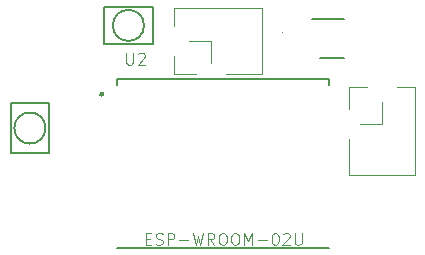
<source format=gbr>
G04 #@! TF.GenerationSoftware,KiCad,Pcbnew,5.0.2-bee76a0~70~ubuntu18.04.1*
G04 #@! TF.CreationDate,2020-01-02T20:25:09+01:00*
G04 #@! TF.ProjectId,roboy_sno,726f626f-795f-4736-9e6f-2e6b69636164,rev?*
G04 #@! TF.SameCoordinates,Original*
G04 #@! TF.FileFunction,Legend,Top*
G04 #@! TF.FilePolarity,Positive*
%FSLAX46Y46*%
G04 Gerber Fmt 4.6, Leading zero omitted, Abs format (unit mm)*
G04 Created by KiCad (PCBNEW 5.0.2-bee76a0~70~ubuntu18.04.1) date Do 02 Jan 2020 20:25:09 CET*
%MOMM*%
%LPD*%
G01*
G04 APERTURE LIST*
%ADD10C,0.150000*%
%ADD11C,0.127000*%
%ADD12C,0.400000*%
%ADD13C,0.120000*%
%ADD14C,0.100000*%
%ADD15C,0.050000*%
G04 APERTURE END LIST*
D10*
G04 #@! TO.C,U1*
X132515000Y-124600000D02*
X134565000Y-124600000D01*
X131810000Y-121300000D02*
X134565000Y-121300000D01*
G04 #@! TO.C,SW2*
X117615295Y-121800000D02*
G75*
G03X117615295Y-121800000I-1315295J0D01*
G01*
X118400000Y-120200000D02*
X118400000Y-123400000D01*
X114200000Y-123400000D02*
X114200000Y-120200000D01*
X118400000Y-120200000D02*
X114200000Y-120200000D01*
X118400000Y-123400000D02*
X114200000Y-123400000D01*
D11*
G04 #@! TO.C,U2*
X115300000Y-140660000D02*
X133300000Y-140660000D01*
X115300000Y-126360000D02*
X115300000Y-126870000D01*
X133300000Y-126360000D02*
X133300000Y-126870000D01*
X115300000Y-126360000D02*
X133300000Y-126360000D01*
D12*
X114050000Y-127610000D02*
G75*
G03X114050000Y-127610000I-50000J0D01*
G01*
D13*
G04 #@! TO.C,J3*
X134950000Y-131385000D02*
X134950000Y-134500000D01*
X134950000Y-134500000D02*
X140550000Y-134500000D01*
X140550000Y-127000000D02*
X140550000Y-134500000D01*
X139020000Y-127000000D02*
X140550000Y-127000000D01*
X137750000Y-128245000D02*
X137750000Y-130115000D01*
X137750000Y-130115000D02*
X135880000Y-130115000D01*
X134950000Y-128845000D02*
X134950000Y-127000000D01*
X134950000Y-127000000D02*
X136480000Y-127000000D01*
G04 #@! TO.C,J2*
X124535000Y-125900000D02*
X127650000Y-125900000D01*
X127650000Y-125900000D02*
X127650000Y-120300000D01*
X120150000Y-120300000D02*
X127650000Y-120300000D01*
X120150000Y-121830000D02*
X120150000Y-120300000D01*
X121395000Y-123100000D02*
X123265000Y-123100000D01*
X123265000Y-123100000D02*
X123265000Y-124970000D01*
X121995000Y-125900000D02*
X120150000Y-125900000D01*
X120150000Y-125900000D02*
X120150000Y-124370000D01*
D14*
G04 #@! TO.C,D1*
X129350000Y-122390000D02*
G75*
G03X129350000Y-122390000I-50000J0D01*
G01*
D10*
G04 #@! TO.C,SW1*
X109560000Y-128390000D02*
X109560000Y-132590000D01*
X106360000Y-128390000D02*
X106360000Y-132590000D01*
X109560000Y-132590000D02*
X106360000Y-132590000D01*
X106360000Y-128390000D02*
X109560000Y-128390000D01*
X109275295Y-130490000D02*
G75*
G03X109275295Y-130490000I-1315295J0D01*
G01*
G04 #@! TO.C,U2*
D15*
X116115611Y-124125955D02*
X116115611Y-124936078D01*
X116163265Y-125031387D01*
X116210920Y-125079041D01*
X116306228Y-125126695D01*
X116496845Y-125126695D01*
X116592154Y-125079041D01*
X116639808Y-125031387D01*
X116687462Y-124936078D01*
X116687462Y-124125955D01*
X117116351Y-124221264D02*
X117164005Y-124173610D01*
X117259314Y-124125955D01*
X117497585Y-124125955D01*
X117592894Y-124173610D01*
X117640548Y-124221264D01*
X117688202Y-124316572D01*
X117688202Y-124411881D01*
X117640548Y-124554844D01*
X117068697Y-125126695D01*
X117688202Y-125126695D01*
X117760211Y-139848522D02*
X118093774Y-139848522D01*
X118236730Y-140372693D02*
X117760211Y-140372693D01*
X117760211Y-139372003D01*
X118236730Y-139372003D01*
X118617945Y-140325041D02*
X118760901Y-140372693D01*
X118999160Y-140372693D01*
X119094464Y-140325041D01*
X119142116Y-140277389D01*
X119189768Y-140182085D01*
X119189768Y-140086781D01*
X119142116Y-139991477D01*
X119094464Y-139943825D01*
X118999160Y-139896174D01*
X118808553Y-139848522D01*
X118713249Y-139800870D01*
X118665597Y-139753218D01*
X118617945Y-139657914D01*
X118617945Y-139562610D01*
X118665597Y-139467306D01*
X118713249Y-139419655D01*
X118808553Y-139372003D01*
X119046812Y-139372003D01*
X119189768Y-139419655D01*
X119618635Y-140372693D02*
X119618635Y-139372003D01*
X119999850Y-139372003D01*
X120095154Y-139419655D01*
X120142806Y-139467306D01*
X120190458Y-139562610D01*
X120190458Y-139705566D01*
X120142806Y-139800870D01*
X120095154Y-139848522D01*
X119999850Y-139896174D01*
X119618635Y-139896174D01*
X120619325Y-139991477D02*
X121381755Y-139991477D01*
X121762971Y-139372003D02*
X122001230Y-140372693D01*
X122191838Y-139657914D01*
X122382445Y-140372693D01*
X122620705Y-139372003D01*
X123573743Y-140372693D02*
X123240180Y-139896174D01*
X123001920Y-140372693D02*
X123001920Y-139372003D01*
X123383135Y-139372003D01*
X123478439Y-139419655D01*
X123526091Y-139467306D01*
X123573743Y-139562610D01*
X123573743Y-139705566D01*
X123526091Y-139800870D01*
X123478439Y-139848522D01*
X123383135Y-139896174D01*
X123001920Y-139896174D01*
X124193218Y-139372003D02*
X124383825Y-139372003D01*
X124479129Y-139419655D01*
X124574433Y-139514958D01*
X124622085Y-139705566D01*
X124622085Y-140039129D01*
X124574433Y-140229737D01*
X124479129Y-140325041D01*
X124383825Y-140372693D01*
X124193218Y-140372693D01*
X124097914Y-140325041D01*
X124002610Y-140229737D01*
X123954958Y-140039129D01*
X123954958Y-139705566D01*
X124002610Y-139514958D01*
X124097914Y-139419655D01*
X124193218Y-139372003D01*
X125241560Y-139372003D02*
X125432167Y-139372003D01*
X125527471Y-139419655D01*
X125622775Y-139514958D01*
X125670427Y-139705566D01*
X125670427Y-140039129D01*
X125622775Y-140229737D01*
X125527471Y-140325041D01*
X125432167Y-140372693D01*
X125241560Y-140372693D01*
X125146256Y-140325041D01*
X125050952Y-140229737D01*
X125003300Y-140039129D01*
X125003300Y-139705566D01*
X125050952Y-139514958D01*
X125146256Y-139419655D01*
X125241560Y-139372003D01*
X126099294Y-140372693D02*
X126099294Y-139372003D01*
X126432857Y-140086781D01*
X126766421Y-139372003D01*
X126766421Y-140372693D01*
X127242940Y-139991477D02*
X128005370Y-139991477D01*
X128672497Y-139372003D02*
X128767801Y-139372003D01*
X128863105Y-139419655D01*
X128910756Y-139467306D01*
X128958408Y-139562610D01*
X129006060Y-139753218D01*
X129006060Y-139991477D01*
X128958408Y-140182085D01*
X128910756Y-140277389D01*
X128863105Y-140325041D01*
X128767801Y-140372693D01*
X128672497Y-140372693D01*
X128577193Y-140325041D01*
X128529541Y-140277389D01*
X128481889Y-140182085D01*
X128434237Y-139991477D01*
X128434237Y-139753218D01*
X128481889Y-139562610D01*
X128529541Y-139467306D01*
X128577193Y-139419655D01*
X128672497Y-139372003D01*
X129387275Y-139467306D02*
X129434927Y-139419655D01*
X129530231Y-139372003D01*
X129768491Y-139372003D01*
X129863795Y-139419655D01*
X129911446Y-139467306D01*
X129959098Y-139562610D01*
X129959098Y-139657914D01*
X129911446Y-139800870D01*
X129339624Y-140372693D01*
X129959098Y-140372693D01*
X130387965Y-139372003D02*
X130387965Y-140182085D01*
X130435617Y-140277389D01*
X130483269Y-140325041D01*
X130578573Y-140372693D01*
X130769181Y-140372693D01*
X130864485Y-140325041D01*
X130912136Y-140277389D01*
X130959788Y-140182085D01*
X130959788Y-139372003D01*
G04 #@! TD*
M02*

</source>
